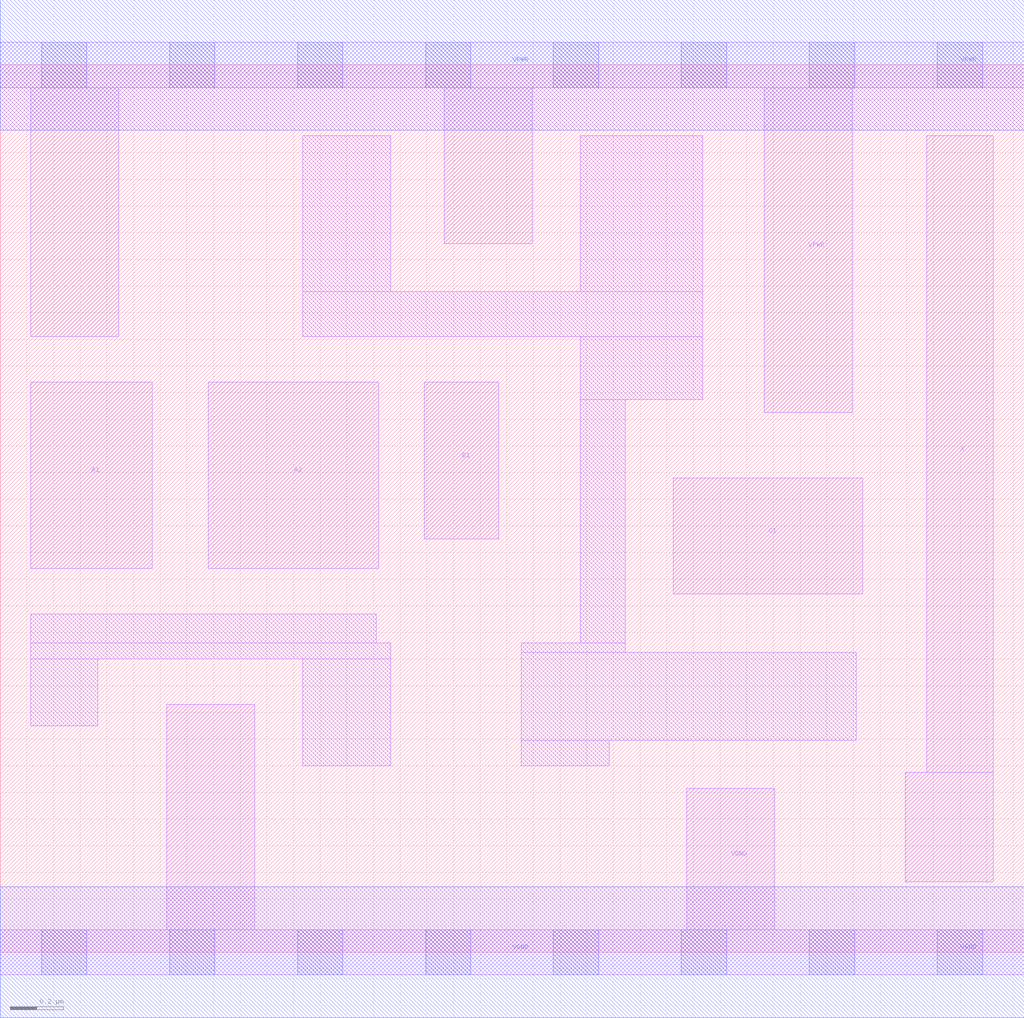
<source format=lef>
# Copyright 2020 The SkyWater PDK Authors
#
# Licensed under the Apache License, Version 2.0 (the "License");
# you may not use this file except in compliance with the License.
# You may obtain a copy of the License at
#
#     https://www.apache.org/licenses/LICENSE-2.0
#
# Unless required by applicable law or agreed to in writing, software
# distributed under the License is distributed on an "AS IS" BASIS,
# WITHOUT WARRANTIES OR CONDITIONS OF ANY KIND, either express or implied.
# See the License for the specific language governing permissions and
# limitations under the License.
#
# SPDX-License-Identifier: Apache-2.0

VERSION 5.7 ;
  NAMESCASESENSITIVE ON ;
  NOWIREEXTENSIONATPIN ON ;
  DIVIDERCHAR "/" ;
  BUSBITCHARS "[]" ;
UNITS
  DATABASE MICRONS 200 ;
END UNITS
MACRO sky130_fd_sc_lp__o211a_lp
  CLASS CORE ;
  SOURCE USER ;
  FOREIGN sky130_fd_sc_lp__o211a_lp ;
  ORIGIN  0.000000  0.000000 ;
  SIZE  3.840000 BY  3.330000 ;
  SYMMETRY X Y R90 ;
  SITE unit ;
  PIN A1
    ANTENNAGATEAREA  0.313000 ;
    DIRECTION INPUT ;
    USE SIGNAL ;
    PORT
      LAYER li1 ;
        RECT 0.115000 1.440000 0.570000 2.140000 ;
    END
  END A1
  PIN A2
    ANTENNAGATEAREA  0.313000 ;
    DIRECTION INPUT ;
    USE SIGNAL ;
    PORT
      LAYER li1 ;
        RECT 0.780000 1.440000 1.420000 2.140000 ;
    END
  END A2
  PIN B1
    ANTENNAGATEAREA  0.313000 ;
    DIRECTION INPUT ;
    USE SIGNAL ;
    PORT
      LAYER li1 ;
        RECT 1.590000 1.550000 1.870000 2.140000 ;
    END
  END B1
  PIN C1
    ANTENNAGATEAREA  0.313000 ;
    DIRECTION INPUT ;
    USE SIGNAL ;
    PORT
      LAYER li1 ;
        RECT 2.525000 1.345000 3.235000 1.780000 ;
    END
  END C1
  PIN X
    ANTENNADIFFAREA  0.404700 ;
    DIRECTION OUTPUT ;
    USE SIGNAL ;
    PORT
      LAYER li1 ;
        RECT 3.395000 0.265000 3.725000 0.675000 ;
        RECT 3.475000 0.675000 3.725000 3.065000 ;
    END
  END X
  PIN VGND
    DIRECTION INOUT ;
    USE GROUND ;
    PORT
      LAYER li1 ;
        RECT 0.000000 -0.085000 3.840000 0.085000 ;
        RECT 0.625000  0.085000 0.955000 0.930000 ;
        RECT 2.575000  0.085000 2.905000 0.615000 ;
      LAYER mcon ;
        RECT 0.155000 -0.085000 0.325000 0.085000 ;
        RECT 0.635000 -0.085000 0.805000 0.085000 ;
        RECT 1.115000 -0.085000 1.285000 0.085000 ;
        RECT 1.595000 -0.085000 1.765000 0.085000 ;
        RECT 2.075000 -0.085000 2.245000 0.085000 ;
        RECT 2.555000 -0.085000 2.725000 0.085000 ;
        RECT 3.035000 -0.085000 3.205000 0.085000 ;
        RECT 3.515000 -0.085000 3.685000 0.085000 ;
      LAYER met1 ;
        RECT 0.000000 -0.245000 3.840000 0.245000 ;
    END
  END VGND
  PIN VPWR
    DIRECTION INOUT ;
    USE POWER ;
    PORT
      LAYER li1 ;
        RECT 0.000000 3.245000 3.840000 3.415000 ;
        RECT 0.115000 2.310000 0.445000 3.245000 ;
        RECT 1.665000 2.660000 1.995000 3.245000 ;
        RECT 2.865000 2.025000 3.195000 3.245000 ;
      LAYER mcon ;
        RECT 0.155000 3.245000 0.325000 3.415000 ;
        RECT 0.635000 3.245000 0.805000 3.415000 ;
        RECT 1.115000 3.245000 1.285000 3.415000 ;
        RECT 1.595000 3.245000 1.765000 3.415000 ;
        RECT 2.075000 3.245000 2.245000 3.415000 ;
        RECT 2.555000 3.245000 2.725000 3.415000 ;
        RECT 3.035000 3.245000 3.205000 3.415000 ;
        RECT 3.515000 3.245000 3.685000 3.415000 ;
      LAYER met1 ;
        RECT 0.000000 3.085000 3.840000 3.575000 ;
    END
  END VPWR
  OBS
    LAYER li1 ;
      RECT 0.115000 0.850000 0.365000 1.100000 ;
      RECT 0.115000 1.100000 1.465000 1.160000 ;
      RECT 0.115000 1.160000 1.410000 1.270000 ;
      RECT 1.135000 0.700000 1.465000 1.100000 ;
      RECT 1.135000 2.310000 2.635000 2.480000 ;
      RECT 1.135000 2.480000 1.465000 3.065000 ;
      RECT 1.955000 0.700000 2.285000 0.795000 ;
      RECT 1.955000 0.795000 3.210000 1.125000 ;
      RECT 1.955000 1.125000 2.345000 1.160000 ;
      RECT 2.175000 1.160000 2.345000 2.075000 ;
      RECT 2.175000 2.075000 2.635000 2.310000 ;
      RECT 2.175000 2.480000 2.635000 3.065000 ;
  END
END sky130_fd_sc_lp__o211a_lp

</source>
